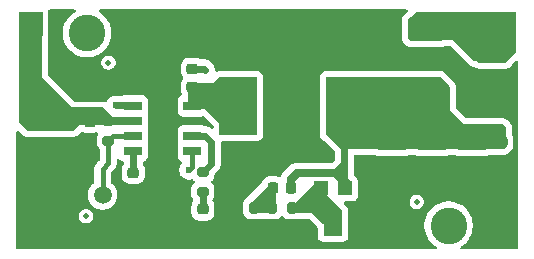
<source format=gbr>
%TF.GenerationSoftware,KiCad,Pcbnew,9.0.4*%
%TF.CreationDate,2025-08-21T12:34:08-03:00*%
%TF.ProjectId,EMI_SS_Supply_Electgpl,454d495f-5353-45f5-9375-70706c795f45,rev?*%
%TF.SameCoordinates,Original*%
%TF.FileFunction,Copper,L1,Top*%
%TF.FilePolarity,Positive*%
%FSLAX46Y46*%
G04 Gerber Fmt 4.6, Leading zero omitted, Abs format (unit mm)*
G04 Created by KiCad (PCBNEW 9.0.4) date 2025-08-21 12:34:08*
%MOMM*%
%LPD*%
G01*
G04 APERTURE LIST*
G04 Aperture macros list*
%AMRoundRect*
0 Rectangle with rounded corners*
0 $1 Rounding radius*
0 $2 $3 $4 $5 $6 $7 $8 $9 X,Y pos of 4 corners*
0 Add a 4 corners polygon primitive as box body*
4,1,4,$2,$3,$4,$5,$6,$7,$8,$9,$2,$3,0*
0 Add four circle primitives for the rounded corners*
1,1,$1+$1,$2,$3*
1,1,$1+$1,$4,$5*
1,1,$1+$1,$6,$7*
1,1,$1+$1,$8,$9*
0 Add four rect primitives between the rounded corners*
20,1,$1+$1,$2,$3,$4,$5,0*
20,1,$1+$1,$4,$5,$6,$7,0*
20,1,$1+$1,$6,$7,$8,$9,0*
20,1,$1+$1,$8,$9,$2,$3,0*%
G04 Aperture macros list end*
%TA.AperFunction,SMDPad,CuDef*%
%ADD10C,1.500000*%
%TD*%
%TA.AperFunction,SMDPad,CuDef*%
%ADD11C,0.500000*%
%TD*%
%TA.AperFunction,SMDPad,CuDef*%
%ADD12RoundRect,0.250000X-0.650000X0.325000X-0.650000X-0.325000X0.650000X-0.325000X0.650000X0.325000X0*%
%TD*%
%TA.AperFunction,SMDPad,CuDef*%
%ADD13RoundRect,0.225000X-0.250000X0.225000X-0.250000X-0.225000X0.250000X-0.225000X0.250000X0.225000X0*%
%TD*%
%TA.AperFunction,SMDPad,CuDef*%
%ADD14RoundRect,0.225000X-0.225000X-0.250000X0.225000X-0.250000X0.225000X0.250000X-0.225000X0.250000X0*%
%TD*%
%TA.AperFunction,SMDPad,CuDef*%
%ADD15R,1.505000X0.802000*%
%TD*%
%TA.AperFunction,SMDPad,CuDef*%
%ADD16R,2.613000X3.502000*%
%TD*%
%TA.AperFunction,SMDPad,CuDef*%
%ADD17RoundRect,0.200000X-0.200000X-0.275000X0.200000X-0.275000X0.200000X0.275000X-0.200000X0.275000X0*%
%TD*%
%TA.AperFunction,ComponentPad*%
%ADD18R,2.000000X2.000000*%
%TD*%
%TA.AperFunction,SMDPad,CuDef*%
%ADD19RoundRect,0.250000X-1.100000X0.325000X-1.100000X-0.325000X1.100000X-0.325000X1.100000X0.325000X0*%
%TD*%
%TA.AperFunction,SMDPad,CuDef*%
%ADD20RoundRect,0.250000X1.275000X-0.750000X1.275000X0.750000X-1.275000X0.750000X-1.275000X-0.750000X0*%
%TD*%
%TA.AperFunction,SMDPad,CuDef*%
%ADD21R,1.200000X1.200000*%
%TD*%
%TA.AperFunction,SMDPad,CuDef*%
%ADD22R,1.600000X1.500000*%
%TD*%
%TA.AperFunction,SMDPad,CuDef*%
%ADD23RoundRect,0.200000X0.200000X0.275000X-0.200000X0.275000X-0.200000X-0.275000X0.200000X-0.275000X0*%
%TD*%
%TA.AperFunction,SMDPad,CuDef*%
%ADD24RoundRect,0.200000X-0.275000X0.200000X-0.275000X-0.200000X0.275000X-0.200000X0.275000X0.200000X0*%
%TD*%
%TA.AperFunction,SMDPad,CuDef*%
%ADD25R,3.175000X4.950000*%
%TD*%
%TA.AperFunction,ViaPad*%
%ADD26C,3.100000*%
%TD*%
%TA.AperFunction,ViaPad*%
%ADD27C,0.600000*%
%TD*%
%TA.AperFunction,Conductor*%
%ADD28C,0.406400*%
%TD*%
%TA.AperFunction,Conductor*%
%ADD29C,0.609600*%
%TD*%
%TA.AperFunction,Conductor*%
%ADD30C,0.200000*%
%TD*%
G04 APERTURE END LIST*
D10*
%TO.P,TP5,1,1*%
%TO.N,Net-(U1-EN)*%
X107800000Y-96200000D03*
%TD*%
D11*
%TO.P,FID3,*%
%TO.N,*%
X106400000Y-98000000D03*
%TD*%
%TO.P,FID2,*%
%TO.N,*%
X108300000Y-85000000D03*
%TD*%
%TO.P,FID1,*%
%TO.N,*%
X134400000Y-96800000D03*
%TD*%
D12*
%TO.P,C1,1*%
%TO.N,Net-(U1-VIN)*%
X102100000Y-90125000D03*
%TO.P,C1,2*%
%TO.N,GND*%
X102100000Y-93075000D03*
%TD*%
D13*
%TO.P,C5,1*%
%TO.N,Net-(U1-SS)*%
X110400000Y-94325000D03*
%TO.P,C5,2*%
%TO.N,GND*%
X110400000Y-95875000D03*
%TD*%
D14*
%TO.P,C7,1*%
%TO.N,Net-(U1-FB)*%
X122225000Y-95600000D03*
%TO.P,C7,2*%
%TO.N,Net-(C10-Pad1)*%
X123775000Y-95600000D03*
%TD*%
D13*
%TO.P,C6,1*%
%TO.N,Net-(C6-Pad1)*%
X116300000Y-97425000D03*
%TO.P,C6,2*%
%TO.N,GND*%
X116300000Y-98975000D03*
%TD*%
D15*
%TO.P,U1,1,BST*%
%TO.N,Net-(U1-BST)*%
X110405000Y-88665000D03*
%TO.P,U1,2,VIN*%
%TO.N,Net-(U1-VIN)*%
X110405000Y-89935000D03*
%TO.P,U1,3,EN*%
%TO.N,Net-(U1-EN)*%
X110405000Y-91205000D03*
%TO.P,U1,4,SS*%
%TO.N,Net-(U1-SS)*%
X110405000Y-92475000D03*
%TO.P,U1,5,FB*%
%TO.N,Net-(U1-FB)*%
X115400000Y-92475000D03*
%TO.P,U1,6,COMP*%
%TO.N,Net-(U1-COMP)*%
X115400000Y-91205000D03*
%TO.P,U1,7,GND*%
%TO.N,GND*%
X115400000Y-89935000D03*
%TO.P,U1,8,SW*%
%TO.N,Net-(U1-SW)*%
X115400000Y-88665000D03*
D16*
%TO.P,U1,9,EP*%
%TO.N,GND*%
X112902500Y-90570000D03*
%TD*%
D17*
%TO.P,R4,1*%
%TO.N,Net-(U1-FB)*%
X122175000Y-97300000D03*
%TO.P,R4,2*%
%TO.N,Net-(R4-Pad2)*%
X123825000Y-97300000D03*
%TD*%
D13*
%TO.P,C4,1*%
%TO.N,Net-(U1-BST)*%
X115400000Y-85525000D03*
%TO.P,C4,2*%
%TO.N,Net-(U1-SW)*%
X115400000Y-87075000D03*
%TD*%
D18*
%TO.P,TP4,1,1*%
%TO.N,GND*%
X141800000Y-99600000D03*
%TD*%
D19*
%TO.P,C11,1*%
%TO.N,Net-(C10-Pad1)*%
X139100000Y-91825000D03*
%TO.P,C11,2*%
%TO.N,GND*%
X139100000Y-94775000D03*
%TD*%
%TO.P,C10,1*%
%TO.N,Net-(C10-Pad1)*%
X135700000Y-91825000D03*
%TO.P,C10,2*%
%TO.N,GND*%
X135700000Y-94775000D03*
%TD*%
D13*
%TO.P,C8,1*%
%TO.N,Net-(C10-Pad1)*%
X141600000Y-91750000D03*
%TO.P,C8,2*%
%TO.N,GND*%
X141600000Y-93300000D03*
%TD*%
%TO.P,C3,1*%
%TO.N,Net-(U1-VIN)*%
X106700000Y-90000000D03*
%TO.P,C3,2*%
%TO.N,GND*%
X106700000Y-91550000D03*
%TD*%
D20*
%TO.P,L2,1*%
%TO.N,Net-(C10-Pad1)*%
X135200000Y-87450000D03*
%TO.P,L2,2*%
%TO.N,Net-(C12-Pad1)*%
X135200000Y-82150000D03*
%TD*%
D21*
%TO.P,RV1,1,1*%
%TO.N,Net-(C10-Pad1)*%
X128300000Y-95650000D03*
D22*
%TO.P,RV1,2,2*%
%TO.N,Net-(R4-Pad2)*%
X127300000Y-98900000D03*
D21*
%TO.P,RV1,3,3*%
X126300000Y-95650000D03*
%TD*%
D23*
%TO.P,R3,1*%
%TO.N,Net-(U1-FB)*%
X120625000Y-97300000D03*
%TO.P,R3,2*%
%TO.N,GND*%
X118975000Y-97300000D03*
%TD*%
D24*
%TO.P,R1,1*%
%TO.N,Net-(U1-VIN)*%
X108300000Y-89950000D03*
%TO.P,R1,2*%
%TO.N,Net-(U1-EN)*%
X108300000Y-91600000D03*
%TD*%
D19*
%TO.P,C12,1*%
%TO.N,Net-(C12-Pad1)*%
X140800000Y-84425000D03*
%TO.P,C12,2*%
%TO.N,GND*%
X140800000Y-87375000D03*
%TD*%
D18*
%TO.P,TP3,1,1*%
%TO.N,Net-(C12-Pad1)*%
X141800000Y-81700000D03*
%TD*%
D19*
%TO.P,C9,1*%
%TO.N,Net-(C10-Pad1)*%
X132300000Y-91825000D03*
%TO.P,C9,2*%
%TO.N,GND*%
X132300000Y-94775000D03*
%TD*%
D12*
%TO.P,C2,1*%
%TO.N,Net-(U1-VIN)*%
X104600000Y-90125000D03*
%TO.P,C2,2*%
%TO.N,GND*%
X104600000Y-93075000D03*
%TD*%
D18*
%TO.P,TP1,1,1*%
%TO.N,Net-(U1-VIN)*%
X101700000Y-81700000D03*
%TD*%
%TO.P,TP2,1,1*%
%TO.N,GND*%
X101700000Y-99600000D03*
%TD*%
D24*
%TO.P,R2,1*%
%TO.N,Net-(U1-COMP)*%
X116300000Y-94275000D03*
%TO.P,R2,2*%
%TO.N,Net-(C6-Pad1)*%
X116300000Y-95925000D03*
%TD*%
D25*
%TO.P,L1,1*%
%TO.N,Net-(U1-SW)*%
X119292500Y-88675000D03*
%TO.P,L1,2*%
%TO.N,Net-(C10-Pad1)*%
X128307500Y-88675000D03*
%TD*%
D26*
%TO.N,*%
X137100000Y-98800000D03*
X106500000Y-82500000D03*
D27*
%TO.N,GND*%
X138075000Y-87741750D03*
X113945000Y-81391750D03*
X121565000Y-99171750D03*
X131725000Y-81391750D03*
X134265000Y-85201750D03*
X121565000Y-92821750D03*
X113800000Y-89400000D03*
X127915000Y-83931750D03*
X103785000Y-97901750D03*
X129185000Y-85201750D03*
X110135000Y-82661750D03*
X124105000Y-86471750D03*
X122835000Y-91551750D03*
X112000000Y-90000000D03*
X112000000Y-88800000D03*
X132995000Y-97901750D03*
X116485000Y-82661750D03*
X113800000Y-91200000D03*
X119025000Y-94091750D03*
X115215000Y-82661750D03*
X113800000Y-90000000D03*
X139345000Y-89011750D03*
X112000000Y-91800000D03*
X125375000Y-91551750D03*
X130455000Y-81391750D03*
X125375000Y-82661750D03*
X131725000Y-82661750D03*
X122835000Y-81391750D03*
X102515000Y-96631750D03*
X112000000Y-89400000D03*
X112900000Y-86400000D03*
X120295000Y-82661750D03*
X113800000Y-87000000D03*
X117755000Y-83931750D03*
X110135000Y-99171750D03*
X111405000Y-97901750D03*
X111405000Y-99171750D03*
X112675000Y-82661750D03*
X101245000Y-95361750D03*
X122835000Y-83931750D03*
X124105000Y-81391750D03*
X112900000Y-93600000D03*
X122835000Y-92821750D03*
X129185000Y-83931750D03*
X121565000Y-85201750D03*
X117755000Y-97901750D03*
X139800000Y-93600000D03*
X124105000Y-90281750D03*
X125375000Y-86471750D03*
X113945000Y-97901750D03*
X121565000Y-94091750D03*
X120295000Y-81391750D03*
X112902500Y-90570000D03*
X132995000Y-85201750D03*
X124105000Y-82661750D03*
X131725000Y-96631750D03*
X120295000Y-94091750D03*
X108865000Y-99171750D03*
X125375000Y-81391750D03*
X138400000Y-93600000D03*
X126645000Y-85201750D03*
X129185000Y-97901750D03*
X113800000Y-88800000D03*
X136400000Y-93600000D03*
X129185000Y-99171750D03*
X131725000Y-99171750D03*
X136805000Y-85201750D03*
X131700000Y-93600000D03*
X122835000Y-86471750D03*
X113800000Y-92400000D03*
X119025000Y-99171750D03*
X107595000Y-86471750D03*
X103785000Y-99171750D03*
X112900000Y-90000000D03*
X131725000Y-83931750D03*
X113800000Y-93000000D03*
X112000000Y-93600000D03*
X124105000Y-91551750D03*
X112900000Y-94800000D03*
X126645000Y-82661750D03*
X122835000Y-89011750D03*
X112902500Y-90570000D03*
X129185000Y-81391750D03*
X112675000Y-97901750D03*
X112000000Y-88800000D03*
X124105000Y-85201750D03*
X141885000Y-95361750D03*
X112675000Y-96631750D03*
X122835000Y-94091750D03*
X130455000Y-85201750D03*
X106325000Y-87741750D03*
X110135000Y-83931750D03*
X119025000Y-81391750D03*
X112000000Y-91200000D03*
X126645000Y-81391750D03*
X112900000Y-89400000D03*
X125375000Y-85201750D03*
X101245000Y-96631750D03*
X113945000Y-96631750D03*
X119025000Y-82661750D03*
X125375000Y-92821750D03*
X113945000Y-99171750D03*
X122835000Y-85201750D03*
X119025000Y-85201750D03*
X107595000Y-99171750D03*
X120295000Y-92821750D03*
X112000000Y-87000000D03*
X112900000Y-94200000D03*
X122835000Y-82661750D03*
X132995000Y-99171750D03*
X130455000Y-97901750D03*
X140615000Y-89011750D03*
X121565000Y-83931750D03*
X117755000Y-85201750D03*
X141885000Y-96631750D03*
X141885000Y-89011750D03*
X102515000Y-95361750D03*
X127915000Y-82661750D03*
X124105000Y-87741750D03*
X103785000Y-95361750D03*
X112900000Y-87000000D03*
X122835000Y-99171750D03*
X105055000Y-86471750D03*
X119025000Y-83931750D03*
X112900000Y-93000000D03*
X130455000Y-83931750D03*
X113800000Y-86400000D03*
X106325000Y-86471750D03*
X130455000Y-99171750D03*
X130455000Y-82661750D03*
X113800000Y-93600000D03*
X141500000Y-86100000D03*
X119025000Y-92821750D03*
X112675000Y-81391750D03*
X115215000Y-81391750D03*
X119025000Y-95361750D03*
X113800000Y-87600000D03*
X117755000Y-82661750D03*
X132995000Y-96631750D03*
X127915000Y-81391750D03*
X125375000Y-87741750D03*
X112900000Y-92400000D03*
X117755000Y-99171750D03*
X112000000Y-92400000D03*
X106325000Y-92821750D03*
X112675000Y-99171750D03*
X132995000Y-83931750D03*
X124105000Y-89011750D03*
X112000000Y-87600000D03*
X106325000Y-94091750D03*
X126645000Y-83931750D03*
X125375000Y-99171750D03*
X125375000Y-90281750D03*
X124105000Y-92821750D03*
X111405000Y-82661750D03*
X125375000Y-89011750D03*
X110135000Y-97901750D03*
X112900000Y-91200000D03*
X105055000Y-95361750D03*
X140100000Y-86100000D03*
X120295000Y-95361750D03*
X124105000Y-99171750D03*
X122835000Y-90281750D03*
X122835000Y-87741750D03*
X131725000Y-97901750D03*
X130455000Y-96631750D03*
X138075000Y-86471750D03*
X112000000Y-94800000D03*
X112000000Y-88200000D03*
X110135000Y-81391750D03*
X113800000Y-94200000D03*
X112000000Y-86400000D03*
X105055000Y-96631750D03*
X105055000Y-99171750D03*
X113800000Y-90600000D03*
X112000000Y-90600000D03*
X116485000Y-81391750D03*
X117755000Y-81391750D03*
X124105000Y-83931750D03*
X121565000Y-82661750D03*
X120295000Y-99171750D03*
X103785000Y-96631750D03*
X112900000Y-87600000D03*
X112900000Y-88200000D03*
X120295000Y-85201750D03*
X112900000Y-88800000D03*
X126645000Y-92821750D03*
X135000000Y-93600000D03*
X111405000Y-81391750D03*
X132900000Y-93600000D03*
X129185000Y-82661750D03*
X106325000Y-99171750D03*
X131725000Y-85201750D03*
X113800000Y-94800000D03*
X113800000Y-88200000D03*
X113800000Y-91800000D03*
X112900000Y-91800000D03*
X112000000Y-94200000D03*
X105055000Y-97901750D03*
X127915000Y-85201750D03*
X113945000Y-82661750D03*
X121565000Y-81391750D03*
X135535000Y-85201750D03*
X120295000Y-83931750D03*
X125375000Y-83931750D03*
X112000000Y-93000000D03*
%TO.N,Net-(U1-BST)*%
X116500000Y-85600000D03*
X108900000Y-88600000D03*
%TO.N,Net-(U1-FB)*%
X115100000Y-94100000D03*
X121400000Y-97300000D03*
%TD*%
D28*
%TO.N,Net-(U1-EN)*%
X107800000Y-94000000D02*
X107800000Y-96200000D01*
X108300000Y-93500000D02*
X107800000Y-94000000D01*
X108300000Y-91600000D02*
X108300000Y-93500000D01*
D29*
%TO.N,Net-(U1-BST)*%
X108900000Y-88600000D02*
X110340000Y-88600000D01*
X116425000Y-85525000D02*
X115400000Y-85525000D01*
D30*
X110340000Y-88600000D02*
X110405000Y-88665000D01*
D29*
X116500000Y-85600000D02*
X116425000Y-85525000D01*
%TO.N,Net-(U1-SW)*%
X115400000Y-87075000D02*
X115400000Y-88665000D01*
D30*
%TO.N,Net-(U1-SS)*%
X110405000Y-94320000D02*
X110400000Y-94325000D01*
D29*
X110405000Y-92475000D02*
X110405000Y-94320000D01*
%TO.N,Net-(C6-Pad1)*%
X116300000Y-95925000D02*
X116300000Y-97425000D01*
D28*
%TO.N,Net-(U1-FB)*%
X122225000Y-97250000D02*
X122175000Y-97300000D01*
X115400000Y-93800000D02*
X115100000Y-94100000D01*
X115400000Y-92475000D02*
X115400000Y-93800000D01*
X122225000Y-95600000D02*
X122225000Y-97250000D01*
X120625000Y-97300000D02*
X122175000Y-97300000D01*
%TO.N,Net-(R4-Pad2)*%
X127300000Y-98900000D02*
X127300000Y-97600000D01*
X125600000Y-97300000D02*
X126300000Y-96600000D01*
X126300000Y-96600000D02*
X126300000Y-95650000D01*
X123825000Y-97300000D02*
X125600000Y-97300000D01*
X127300000Y-97600000D02*
X126300000Y-96600000D01*
%TO.N,Net-(C10-Pad1)*%
X123775000Y-95600000D02*
X123775000Y-94825000D01*
X128300000Y-94400000D02*
X128300000Y-95650000D01*
X128300000Y-88682500D02*
X128307500Y-88675000D01*
X128300000Y-95650000D02*
X128300000Y-88682500D01*
X124200000Y-94400000D02*
X128300000Y-94400000D01*
X123775000Y-94825000D02*
X124200000Y-94400000D01*
%TO.N,Net-(U1-EN)*%
X110405000Y-91205000D02*
X108695000Y-91205000D01*
X108695000Y-91205000D02*
X108300000Y-91600000D01*
D29*
%TO.N,Net-(U1-COMP)*%
X117000000Y-93575000D02*
X116300000Y-94275000D01*
X116505000Y-91205000D02*
X117000000Y-91700000D01*
X117000000Y-91700000D02*
X117000000Y-93575000D01*
X115400000Y-91205000D02*
X116505000Y-91205000D01*
%TD*%
%TA.AperFunction,Conductor*%
%TO.N,Net-(R4-Pad2)*%
G36*
X126743039Y-95219685D02*
G01*
X126788794Y-95272489D01*
X126800000Y-95324000D01*
X126800000Y-96200000D01*
X128063681Y-97463681D01*
X128097166Y-97525004D01*
X128100000Y-97551362D01*
X128100000Y-98448638D01*
X128091355Y-98478078D01*
X128084832Y-98508065D01*
X128081077Y-98513080D01*
X128080315Y-98515677D01*
X128063681Y-98536319D01*
X127936319Y-98663681D01*
X127874996Y-98697166D01*
X127848638Y-98700000D01*
X126551362Y-98700000D01*
X126484323Y-98680315D01*
X126463681Y-98663681D01*
X125500000Y-97700000D01*
X123851362Y-97700000D01*
X123821921Y-97691355D01*
X123791935Y-97684832D01*
X123786919Y-97681077D01*
X123784323Y-97680315D01*
X123763681Y-97663681D01*
X123636319Y-97536319D01*
X123602834Y-97474996D01*
X123600000Y-97448638D01*
X123600000Y-97024000D01*
X123619685Y-96956961D01*
X123672489Y-96911206D01*
X123724000Y-96900000D01*
X124100000Y-96900000D01*
X125763681Y-95236319D01*
X125825004Y-95202834D01*
X125851362Y-95200000D01*
X126676000Y-95200000D01*
X126743039Y-95219685D01*
G37*
%TD.AperFunction*%
%TD*%
%TA.AperFunction,Conductor*%
%TO.N,Net-(U1-SW)*%
G36*
X118443039Y-86219685D02*
G01*
X118488794Y-86272489D01*
X118500000Y-86324000D01*
X118500000Y-90976000D01*
X118480315Y-91043039D01*
X118427511Y-91088794D01*
X118376000Y-91100000D01*
X117824000Y-91100000D01*
X117756961Y-91080315D01*
X117711206Y-91027511D01*
X117700000Y-90976000D01*
X117700000Y-90100000D01*
X116500000Y-88900000D01*
X115124000Y-88900000D01*
X115056961Y-88880315D01*
X115011206Y-88827511D01*
X115000000Y-88776000D01*
X115000000Y-86824000D01*
X115019685Y-86756961D01*
X115072489Y-86711206D01*
X115124000Y-86700000D01*
X117200000Y-86700000D01*
X117663681Y-86236319D01*
X117725004Y-86202834D01*
X117751362Y-86200000D01*
X118376000Y-86200000D01*
X118443039Y-86219685D01*
G37*
%TD.AperFunction*%
%TD*%
%TA.AperFunction,Conductor*%
%TO.N,Net-(C12-Pad1)*%
G36*
X142743039Y-80719685D02*
G01*
X142788794Y-80772489D01*
X142800000Y-80824000D01*
X142800000Y-84048638D01*
X142780315Y-84115677D01*
X142763681Y-84136319D01*
X142036319Y-84863681D01*
X141974996Y-84897166D01*
X141948638Y-84900000D01*
X139351362Y-84900000D01*
X139284323Y-84880315D01*
X139263681Y-84863681D01*
X137500000Y-83100000D01*
X133951362Y-83100000D01*
X133921921Y-83091355D01*
X133891935Y-83084832D01*
X133886919Y-83081077D01*
X133884323Y-83080315D01*
X133863681Y-83063681D01*
X133836319Y-83036319D01*
X133802834Y-82974996D01*
X133800000Y-82948638D01*
X133800000Y-81351362D01*
X133819685Y-81284323D01*
X133836319Y-81263681D01*
X134363681Y-80736319D01*
X134425004Y-80702834D01*
X134451362Y-80700000D01*
X142676000Y-80700000D01*
X142743039Y-80719685D01*
G37*
%TD.AperFunction*%
%TD*%
%TA.AperFunction,Conductor*%
%TO.N,Net-(C10-Pad1)*%
G36*
X136415677Y-86219685D02*
G01*
X136436319Y-86236319D01*
X137163681Y-86963681D01*
X137197166Y-87025004D01*
X137200000Y-87051362D01*
X137200000Y-89000000D01*
X138400000Y-90200000D01*
X141648638Y-90200000D01*
X141715677Y-90219685D01*
X141736319Y-90236319D01*
X141963681Y-90463681D01*
X141997166Y-90525004D01*
X142000000Y-90551362D01*
X142000000Y-92048638D01*
X141991355Y-92078078D01*
X141984832Y-92108065D01*
X141981077Y-92113080D01*
X141980315Y-92115677D01*
X141963681Y-92136319D01*
X141836319Y-92263681D01*
X141774996Y-92297166D01*
X141748638Y-92300000D01*
X128600000Y-92300000D01*
X128500000Y-92200000D01*
X128100000Y-92200000D01*
X128000000Y-92300000D01*
X126836319Y-91136319D01*
X126802834Y-91074996D01*
X126800000Y-91048638D01*
X126800000Y-86324000D01*
X126819685Y-86256961D01*
X126872489Y-86211206D01*
X126924000Y-86200000D01*
X136348638Y-86200000D01*
X136415677Y-86219685D01*
G37*
%TD.AperFunction*%
%TD*%
%TA.AperFunction,Conductor*%
%TO.N,Net-(U1-VIN)*%
G36*
X102643039Y-80719685D02*
G01*
X102688794Y-80772489D01*
X102700000Y-80824000D01*
X102700000Y-86300000D01*
X105200000Y-88800000D01*
X107848638Y-88800000D01*
X107915677Y-88819685D01*
X107936319Y-88836319D01*
X108700000Y-89600000D01*
X110971500Y-89600000D01*
X111038539Y-89619685D01*
X111084294Y-89672489D01*
X111095500Y-89724000D01*
X111095500Y-90176000D01*
X111075815Y-90243039D01*
X111023011Y-90288794D01*
X110971500Y-90300000D01*
X105799999Y-90300000D01*
X105361319Y-90738681D01*
X105299996Y-90772166D01*
X105273638Y-90775000D01*
X101451362Y-90775000D01*
X101384323Y-90755315D01*
X101363681Y-90738681D01*
X100736319Y-90111319D01*
X100702834Y-90049996D01*
X100700000Y-90023638D01*
X100700000Y-80824000D01*
X100719685Y-80756961D01*
X100772489Y-80711206D01*
X100824000Y-80700000D01*
X102576000Y-80700000D01*
X102643039Y-80719685D01*
G37*
%TD.AperFunction*%
%TD*%
%TA.AperFunction,Conductor*%
%TO.N,Net-(U1-FB)*%
G36*
X122443039Y-95219685D02*
G01*
X122488794Y-95272489D01*
X122500000Y-95324000D01*
X122500000Y-97576000D01*
X122480315Y-97643039D01*
X122427511Y-97688794D01*
X122376000Y-97700000D01*
X120424000Y-97700000D01*
X120356961Y-97680315D01*
X120311206Y-97627511D01*
X120300000Y-97576000D01*
X120300000Y-96951362D01*
X120319685Y-96884323D01*
X120336319Y-96863681D01*
X121963681Y-95236319D01*
X122025004Y-95202834D01*
X122051362Y-95200000D01*
X122376000Y-95200000D01*
X122443039Y-95219685D01*
G37*
%TD.AperFunction*%
%TD*%
%TA.AperFunction,Conductor*%
%TO.N,Net-(C10-Pad1)*%
G36*
X128600000Y-92300000D02*
G01*
X128600000Y-94800000D01*
X128863681Y-95063681D01*
X128878384Y-95090608D01*
X128894977Y-95116427D01*
X128895868Y-95122627D01*
X128897166Y-95125004D01*
X128900000Y-95151362D01*
X128900000Y-95248638D01*
X128880315Y-95315677D01*
X128863681Y-95336319D01*
X128836319Y-95363681D01*
X128774996Y-95397166D01*
X128748638Y-95400000D01*
X127851362Y-95400000D01*
X127784323Y-95380315D01*
X127763681Y-95363681D01*
X127736319Y-95336319D01*
X127702834Y-95274996D01*
X127700000Y-95248638D01*
X127700000Y-95000000D01*
X127300000Y-94600000D01*
X127148069Y-94600000D01*
X127104736Y-94592182D01*
X127007482Y-94555908D01*
X127007483Y-94555908D01*
X126947883Y-94549501D01*
X126947881Y-94549500D01*
X126947873Y-94549500D01*
X126947864Y-94549500D01*
X125652129Y-94549500D01*
X125652123Y-94549501D01*
X125592516Y-94555908D01*
X125495264Y-94592182D01*
X125451931Y-94600000D01*
X124499999Y-94600000D01*
X124100000Y-94999999D01*
X124100000Y-95576000D01*
X124080315Y-95643039D01*
X124027511Y-95688794D01*
X123976000Y-95700000D01*
X123551362Y-95700000D01*
X123521921Y-95691355D01*
X123491935Y-95684832D01*
X123486919Y-95681077D01*
X123484323Y-95680315D01*
X123463681Y-95663681D01*
X123436319Y-95636319D01*
X123402834Y-95574996D01*
X123400000Y-95548638D01*
X123400000Y-94751362D01*
X123419685Y-94684323D01*
X123436319Y-94663681D01*
X124063681Y-94036319D01*
X124125004Y-94002834D01*
X124151362Y-94000000D01*
X127400000Y-94000000D01*
X128000000Y-93400000D01*
X128000000Y-92300000D01*
X128100000Y-92200000D01*
X128500000Y-92200000D01*
X128600000Y-92300000D01*
G37*
%TD.AperFunction*%
%TD*%
%TA.AperFunction,Conductor*%
%TO.N,GND*%
G36*
X105466500Y-80520185D02*
G01*
X105512255Y-80572989D01*
X105522199Y-80642147D01*
X105493174Y-80705703D01*
X105461461Y-80731887D01*
X105358354Y-80791416D01*
X105145111Y-80955042D01*
X105145104Y-80955048D01*
X104955048Y-81145104D01*
X104955042Y-81145111D01*
X104791416Y-81358354D01*
X104657019Y-81591133D01*
X104657011Y-81591149D01*
X104554152Y-81839475D01*
X104484585Y-82099106D01*
X104484582Y-82099119D01*
X104449500Y-82365602D01*
X104449500Y-82634397D01*
X104484582Y-82900880D01*
X104484583Y-82900885D01*
X104484584Y-82900891D01*
X104484585Y-82900893D01*
X104554152Y-83160524D01*
X104657011Y-83408850D01*
X104657019Y-83408866D01*
X104737830Y-83548832D01*
X104791413Y-83641641D01*
X104791415Y-83641644D01*
X104791416Y-83641645D01*
X104955042Y-83854888D01*
X104955048Y-83854895D01*
X105145104Y-84044951D01*
X105145110Y-84044956D01*
X105358359Y-84208587D01*
X105507968Y-84294964D01*
X105591133Y-84342980D01*
X105591149Y-84342988D01*
X105746008Y-84407132D01*
X105839474Y-84445847D01*
X106099109Y-84515416D01*
X106287319Y-84540193D01*
X106365602Y-84550500D01*
X106365603Y-84550500D01*
X106634398Y-84550500D01*
X106694905Y-84542534D01*
X106900891Y-84515416D01*
X107160526Y-84445847D01*
X107347457Y-84368417D01*
X107408850Y-84342988D01*
X107408853Y-84342986D01*
X107408859Y-84342984D01*
X107641641Y-84208587D01*
X107854890Y-84044956D01*
X108044956Y-83854890D01*
X108208587Y-83641641D01*
X108342984Y-83408859D01*
X108445847Y-83160526D01*
X108515416Y-82900891D01*
X108550500Y-82634397D01*
X108550500Y-82365603D01*
X108515416Y-82099109D01*
X108445847Y-81839474D01*
X108407132Y-81746008D01*
X108342988Y-81591149D01*
X108342980Y-81591133D01*
X108294964Y-81507968D01*
X108208587Y-81358359D01*
X108044956Y-81145110D01*
X108044951Y-81145104D01*
X107854895Y-80955048D01*
X107854888Y-80955042D01*
X107641645Y-80791416D01*
X107641644Y-80791415D01*
X107641641Y-80791413D01*
X107538538Y-80731886D01*
X107490323Y-80681320D01*
X107477101Y-80612712D01*
X107503069Y-80547848D01*
X107559983Y-80507320D01*
X107600539Y-80500500D01*
X133516489Y-80500500D01*
X133583528Y-80520185D01*
X133629283Y-80572989D01*
X133639227Y-80642147D01*
X133610202Y-80705703D01*
X133581587Y-80730037D01*
X133504663Y-80777485D01*
X133456342Y-80807289D01*
X133332289Y-80931342D01*
X133240187Y-81080663D01*
X133240186Y-81080666D01*
X133185001Y-81247203D01*
X133185001Y-81247204D01*
X133185000Y-81247204D01*
X133174500Y-81349983D01*
X133174500Y-82950001D01*
X133174501Y-82950018D01*
X133185000Y-83052796D01*
X133185001Y-83052799D01*
X133220698Y-83160524D01*
X133240186Y-83219334D01*
X133332288Y-83368656D01*
X133456344Y-83492712D01*
X133605666Y-83584814D01*
X133772203Y-83639999D01*
X133874991Y-83650500D01*
X136525008Y-83650499D01*
X136627797Y-83639999D01*
X136712914Y-83611794D01*
X136751918Y-83605500D01*
X137239254Y-83605500D01*
X137306293Y-83625185D01*
X137326935Y-83641819D01*
X138906239Y-85221123D01*
X138906255Y-85221137D01*
X138906262Y-85221144D01*
X138946480Y-85257271D01*
X138946492Y-85257281D01*
X138946500Y-85257288D01*
X138967142Y-85273922D01*
X139011026Y-85305567D01*
X139141903Y-85365338D01*
X139208942Y-85385023D01*
X139208946Y-85385024D01*
X139302088Y-85398415D01*
X139349539Y-85415615D01*
X139380657Y-85434809D01*
X139380660Y-85434810D01*
X139380666Y-85434814D01*
X139547203Y-85489999D01*
X139649991Y-85500500D01*
X141950008Y-85500499D01*
X142052797Y-85489999D01*
X142219334Y-85434814D01*
X142368656Y-85342712D01*
X142492712Y-85218656D01*
X142584814Y-85069334D01*
X142595027Y-85038510D01*
X142601872Y-85027411D01*
X142603902Y-85018083D01*
X142625046Y-84989836D01*
X142787822Y-84827061D01*
X142849142Y-84793579D01*
X142918834Y-84798563D01*
X142974767Y-84840435D01*
X142999184Y-84905899D01*
X142999500Y-84914745D01*
X142999500Y-100675500D01*
X142979815Y-100742539D01*
X142927011Y-100788294D01*
X142875500Y-100799500D01*
X138200539Y-100799500D01*
X138133500Y-100779815D01*
X138087745Y-100727011D01*
X138077801Y-100657853D01*
X138106826Y-100594297D01*
X138138539Y-100568113D01*
X138241641Y-100508587D01*
X138454890Y-100344956D01*
X138644956Y-100154890D01*
X138808587Y-99941641D01*
X138942984Y-99708859D01*
X138947531Y-99697883D01*
X138968417Y-99647457D01*
X139045847Y-99460526D01*
X139115416Y-99200891D01*
X139150500Y-98934397D01*
X139150500Y-98665603D01*
X139115416Y-98399109D01*
X139045847Y-98139474D01*
X138988008Y-97999838D01*
X138942988Y-97891149D01*
X138942980Y-97891133D01*
X138833896Y-97702196D01*
X138808587Y-97658359D01*
X138685010Y-97497310D01*
X138644957Y-97445111D01*
X138644951Y-97445104D01*
X138454895Y-97255048D01*
X138454888Y-97255042D01*
X138241645Y-97091416D01*
X138241644Y-97091415D01*
X138241641Y-97091413D01*
X138138359Y-97031783D01*
X138008866Y-96957019D01*
X138008850Y-96957011D01*
X137760524Y-96854152D01*
X137630708Y-96819368D01*
X137500891Y-96784584D01*
X137500885Y-96784583D01*
X137500880Y-96784582D01*
X137234398Y-96749500D01*
X137234397Y-96749500D01*
X136965603Y-96749500D01*
X136965602Y-96749500D01*
X136699119Y-96784582D01*
X136699112Y-96784583D01*
X136699109Y-96784584D01*
X136644239Y-96799286D01*
X136439475Y-96854152D01*
X136191149Y-96957011D01*
X136191133Y-96957019D01*
X135958354Y-97091416D01*
X135745111Y-97255042D01*
X135745104Y-97255048D01*
X135555048Y-97445104D01*
X135555042Y-97445111D01*
X135391416Y-97658354D01*
X135257019Y-97891133D01*
X135257011Y-97891149D01*
X135154152Y-98139475D01*
X135084585Y-98399106D01*
X135084582Y-98399119D01*
X135049500Y-98665602D01*
X135049500Y-98934397D01*
X135084582Y-99200880D01*
X135084583Y-99200885D01*
X135084584Y-99200891D01*
X135084585Y-99200893D01*
X135154152Y-99460524D01*
X135257011Y-99708850D01*
X135257019Y-99708866D01*
X135337830Y-99848832D01*
X135391413Y-99941641D01*
X135391415Y-99941644D01*
X135391416Y-99941645D01*
X135555042Y-100154888D01*
X135555048Y-100154895D01*
X135745104Y-100344951D01*
X135745110Y-100344956D01*
X135958359Y-100508587D01*
X136061461Y-100568113D01*
X136109677Y-100618680D01*
X136122899Y-100687288D01*
X136096931Y-100752152D01*
X136040017Y-100792680D01*
X135999461Y-100799500D01*
X100624500Y-100799500D01*
X100557461Y-100779815D01*
X100511706Y-100727011D01*
X100500500Y-100675500D01*
X100500500Y-97920943D01*
X105799500Y-97920943D01*
X105799500Y-98079057D01*
X105838062Y-98222970D01*
X105840423Y-98231783D01*
X105840426Y-98231790D01*
X105919475Y-98368709D01*
X105919479Y-98368714D01*
X105919480Y-98368716D01*
X106031284Y-98480520D01*
X106031286Y-98480521D01*
X106031290Y-98480524D01*
X106168209Y-98559573D01*
X106168216Y-98559577D01*
X106320943Y-98600500D01*
X106320945Y-98600500D01*
X106479055Y-98600500D01*
X106479057Y-98600500D01*
X106631784Y-98559577D01*
X106768716Y-98480520D01*
X106880520Y-98368716D01*
X106959577Y-98231784D01*
X107000500Y-98079057D01*
X107000500Y-97920943D01*
X106959577Y-97768216D01*
X106921461Y-97702196D01*
X106880524Y-97631290D01*
X106880518Y-97631282D01*
X106768717Y-97519481D01*
X106768709Y-97519475D01*
X106631790Y-97440426D01*
X106631786Y-97440424D01*
X106631784Y-97440423D01*
X106479057Y-97399500D01*
X106320943Y-97399500D01*
X106168216Y-97440423D01*
X106168209Y-97440426D01*
X106031290Y-97519475D01*
X106031282Y-97519481D01*
X105919481Y-97631282D01*
X105919475Y-97631290D01*
X105840426Y-97768209D01*
X105840423Y-97768216D01*
X105799500Y-97920943D01*
X100500500Y-97920943D01*
X100500500Y-90889746D01*
X100520185Y-90822707D01*
X100572989Y-90776952D01*
X100642147Y-90767008D01*
X100705703Y-90796033D01*
X100712181Y-90802065D01*
X101006239Y-91096123D01*
X101006246Y-91096129D01*
X101006262Y-91096144D01*
X101046480Y-91132271D01*
X101046492Y-91132281D01*
X101046500Y-91132288D01*
X101067142Y-91148922D01*
X101111026Y-91180567D01*
X101241903Y-91240338D01*
X101308942Y-91260023D01*
X101308946Y-91260024D01*
X101451362Y-91280500D01*
X101451365Y-91280500D01*
X105273640Y-91280500D01*
X105283786Y-91279955D01*
X105327678Y-91277603D01*
X105327686Y-91277602D01*
X105327688Y-91277602D01*
X105327689Y-91277602D01*
X105334682Y-91276849D01*
X105354036Y-91274769D01*
X105354046Y-91274767D01*
X105354049Y-91274767D01*
X105366162Y-91272804D01*
X105407448Y-91266114D01*
X105542257Y-91215832D01*
X105603580Y-91182347D01*
X105718762Y-91096123D01*
X105939973Y-90874910D01*
X106001293Y-90841427D01*
X106070985Y-90846411D01*
X106092750Y-90857055D01*
X106141299Y-90887001D01*
X106141300Y-90887001D01*
X106141303Y-90887003D01*
X106302292Y-90940349D01*
X106401655Y-90950500D01*
X106998344Y-90950499D01*
X106998352Y-90950498D01*
X106998355Y-90950498D01*
X107052760Y-90944940D01*
X107097708Y-90940349D01*
X107258697Y-90887003D01*
X107258702Y-90886999D01*
X107262214Y-90885836D01*
X107332043Y-90883434D01*
X107392085Y-90919165D01*
X107423278Y-90981686D01*
X107415718Y-91051145D01*
X107407337Y-91067691D01*
X107381522Y-91110394D01*
X107330913Y-91272807D01*
X107324500Y-91343386D01*
X107324500Y-91856613D01*
X107330913Y-91927192D01*
X107330913Y-91927194D01*
X107330914Y-91927196D01*
X107343167Y-91966517D01*
X107381522Y-92089606D01*
X107469530Y-92235188D01*
X107559981Y-92325639D01*
X107593466Y-92386962D01*
X107596300Y-92413320D01*
X107596300Y-93157155D01*
X107576615Y-93224194D01*
X107559981Y-93244836D01*
X107459283Y-93345534D01*
X107351420Y-93453397D01*
X107351417Y-93453400D01*
X107326606Y-93478211D01*
X107253400Y-93551416D01*
X107186582Y-93651418D01*
X107186582Y-93651419D01*
X107176387Y-93666675D01*
X107176386Y-93666677D01*
X107123343Y-93794735D01*
X107123341Y-93794743D01*
X107096299Y-93930689D01*
X107096299Y-94075421D01*
X107096300Y-94075442D01*
X107096300Y-95102383D01*
X107076615Y-95169422D01*
X107045187Y-95202700D01*
X106985354Y-95246171D01*
X106846174Y-95385351D01*
X106846174Y-95385352D01*
X106846172Y-95385354D01*
X106809816Y-95435393D01*
X106730476Y-95544594D01*
X106641117Y-95719970D01*
X106580290Y-95907173D01*
X106549500Y-96101577D01*
X106549500Y-96298422D01*
X106580290Y-96492826D01*
X106641117Y-96680029D01*
X106718125Y-96831165D01*
X106730476Y-96855405D01*
X106846172Y-97014646D01*
X106985354Y-97153828D01*
X107144595Y-97269524D01*
X107170547Y-97282747D01*
X107319970Y-97358882D01*
X107319972Y-97358882D01*
X107319975Y-97358884D01*
X107420317Y-97391487D01*
X107507173Y-97419709D01*
X107701578Y-97450500D01*
X107701583Y-97450500D01*
X107898422Y-97450500D01*
X108092826Y-97419709D01*
X108099458Y-97417554D01*
X108280025Y-97358884D01*
X108455405Y-97269524D01*
X108614646Y-97153828D01*
X108753828Y-97014646D01*
X108869524Y-96855405D01*
X108958884Y-96680025D01*
X109019709Y-96492826D01*
X109023399Y-96469526D01*
X109050500Y-96298422D01*
X109050500Y-96101577D01*
X109019709Y-95907173D01*
X108958882Y-95719970D01*
X108896635Y-95597804D01*
X108869524Y-95544595D01*
X108753828Y-95385354D01*
X108614646Y-95246172D01*
X108554813Y-95202700D01*
X108512148Y-95147370D01*
X108503700Y-95102383D01*
X108503700Y-94342843D01*
X108523385Y-94275804D01*
X108540015Y-94255166D01*
X108748579Y-94046602D01*
X108748583Y-94046600D01*
X108846600Y-93948583D01*
X108923611Y-93833327D01*
X108941018Y-93791303D01*
X108976658Y-93705262D01*
X109003701Y-93569308D01*
X109003701Y-93430691D01*
X109003701Y-93425581D01*
X109003700Y-93425555D01*
X109003700Y-93217037D01*
X109023385Y-93149998D01*
X109076189Y-93104243D01*
X109145347Y-93094299D01*
X109208903Y-93123324D01*
X109226962Y-93142721D01*
X109294954Y-93233546D01*
X109341143Y-93268123D01*
X109410164Y-93319793D01*
X109410173Y-93319798D01*
X109479176Y-93345534D01*
X109519032Y-93360399D01*
X109536758Y-93373668D01*
X109556903Y-93382868D01*
X109564184Y-93394198D01*
X109574966Y-93402269D01*
X109582704Y-93423017D01*
X109594677Y-93441646D01*
X109597828Y-93463561D01*
X109599384Y-93467733D01*
X109599700Y-93476581D01*
X109599700Y-93575187D01*
X109580491Y-93640604D01*
X109580823Y-93640809D01*
X109580074Y-93642021D01*
X109580015Y-93642226D01*
X109579529Y-93642905D01*
X109488001Y-93791294D01*
X109487996Y-93791305D01*
X109434651Y-93952290D01*
X109424500Y-94051647D01*
X109424500Y-94598337D01*
X109424501Y-94598355D01*
X109434650Y-94697707D01*
X109434651Y-94697710D01*
X109487996Y-94858694D01*
X109488001Y-94858705D01*
X109577029Y-95003040D01*
X109577032Y-95003044D01*
X109696955Y-95122967D01*
X109696959Y-95122970D01*
X109841294Y-95211998D01*
X109841297Y-95211999D01*
X109841303Y-95212003D01*
X110002292Y-95265349D01*
X110101655Y-95275500D01*
X110698344Y-95275499D01*
X110698352Y-95275498D01*
X110698355Y-95275498D01*
X110752760Y-95269940D01*
X110797708Y-95265349D01*
X110958697Y-95212003D01*
X111103044Y-95122968D01*
X111222968Y-95003044D01*
X111312003Y-94858697D01*
X111365349Y-94697708D01*
X111375500Y-94598345D01*
X111375499Y-94051656D01*
X111365349Y-93952292D01*
X111312003Y-93791303D01*
X111311999Y-93791297D01*
X111311998Y-93791294D01*
X111228762Y-93656348D01*
X111224066Y-93639790D01*
X111215323Y-93626186D01*
X111210300Y-93591251D01*
X111210300Y-93476581D01*
X111229985Y-93409542D01*
X111282789Y-93363787D01*
X111290962Y-93360401D01*
X111399831Y-93319796D01*
X111515046Y-93233546D01*
X111601296Y-93118331D01*
X111651591Y-92983483D01*
X111658000Y-92923873D01*
X111657999Y-92026128D01*
X111651591Y-91966517D01*
X111620564Y-91883331D01*
X111615581Y-91813642D01*
X111620562Y-91796673D01*
X111651591Y-91713483D01*
X111658000Y-91653873D01*
X111657999Y-90756128D01*
X111651591Y-90696517D01*
X111620564Y-90613331D01*
X111615581Y-90543642D01*
X111620562Y-90526673D01*
X111651591Y-90443483D01*
X111658000Y-90383873D01*
X111657999Y-89486128D01*
X111651591Y-89426517D01*
X111620564Y-89343331D01*
X111615581Y-89273642D01*
X111620562Y-89256673D01*
X111651591Y-89173483D01*
X111658000Y-89113873D01*
X111657999Y-88216135D01*
X114147000Y-88216135D01*
X114147000Y-89113870D01*
X114147001Y-89113876D01*
X114153408Y-89173483D01*
X114203702Y-89308328D01*
X114203706Y-89308335D01*
X114289952Y-89423544D01*
X114289955Y-89423547D01*
X114405164Y-89509793D01*
X114405171Y-89509797D01*
X114540017Y-89560091D01*
X114540016Y-89560091D01*
X114546944Y-89560835D01*
X114599627Y-89566500D01*
X116200372Y-89566499D01*
X116259983Y-89560091D01*
X116320225Y-89537621D01*
X116389916Y-89532638D01*
X116451239Y-89566123D01*
X117158181Y-90273065D01*
X117172884Y-90299992D01*
X117189477Y-90325811D01*
X117190368Y-90332011D01*
X117191666Y-90334388D01*
X117194500Y-90360746D01*
X117194500Y-90465194D01*
X117174815Y-90532233D01*
X117122011Y-90577988D01*
X117052853Y-90587932D01*
X117001609Y-90568296D01*
X116886459Y-90491355D01*
X116886446Y-90491348D01*
X116739901Y-90430648D01*
X116739891Y-90430645D01*
X116584317Y-90399699D01*
X116584315Y-90399699D01*
X116488860Y-90399699D01*
X116421821Y-90380014D01*
X116414566Y-90374978D01*
X116394831Y-90360204D01*
X116394828Y-90360203D01*
X116394827Y-90360202D01*
X116259982Y-90309908D01*
X116259983Y-90309908D01*
X116200383Y-90303501D01*
X116200381Y-90303500D01*
X116200373Y-90303500D01*
X116200364Y-90303500D01*
X114599629Y-90303500D01*
X114599623Y-90303501D01*
X114540016Y-90309908D01*
X114405171Y-90360202D01*
X114405164Y-90360206D01*
X114289955Y-90446452D01*
X114289952Y-90446455D01*
X114203706Y-90561664D01*
X114203702Y-90561671D01*
X114153408Y-90696517D01*
X114147053Y-90755634D01*
X114147001Y-90756123D01*
X114147000Y-90756135D01*
X114147000Y-91653870D01*
X114147001Y-91653876D01*
X114153408Y-91713482D01*
X114175182Y-91771862D01*
X114180246Y-91785439D01*
X114184434Y-91796666D01*
X114189418Y-91866358D01*
X114184434Y-91883331D01*
X114153409Y-91966514D01*
X114153408Y-91966516D01*
X114147299Y-92023345D01*
X114147001Y-92026123D01*
X114147000Y-92026135D01*
X114147000Y-92923870D01*
X114147001Y-92923876D01*
X114153408Y-92983483D01*
X114203702Y-93118328D01*
X114203706Y-93118335D01*
X114289952Y-93233544D01*
X114289955Y-93233547D01*
X114405164Y-93319793D01*
X114405171Y-93319797D01*
X114474175Y-93345534D01*
X114530109Y-93387405D01*
X114554526Y-93452869D01*
X114539674Y-93521142D01*
X114518524Y-93549396D01*
X114478214Y-93589706D01*
X114478210Y-93589711D01*
X114390609Y-93720814D01*
X114390602Y-93720827D01*
X114330264Y-93866498D01*
X114330261Y-93866510D01*
X114299500Y-94021153D01*
X114299500Y-94178846D01*
X114330261Y-94333489D01*
X114330264Y-94333501D01*
X114390602Y-94479172D01*
X114390609Y-94479185D01*
X114478210Y-94610288D01*
X114478213Y-94610292D01*
X114589707Y-94721786D01*
X114589711Y-94721789D01*
X114720814Y-94809390D01*
X114720827Y-94809397D01*
X114864200Y-94868783D01*
X114866503Y-94869737D01*
X115019755Y-94900221D01*
X115021153Y-94900499D01*
X115021156Y-94900500D01*
X115021158Y-94900500D01*
X115178844Y-94900500D01*
X115178845Y-94900499D01*
X115333497Y-94869737D01*
X115333511Y-94869730D01*
X115336550Y-94868810D01*
X115338235Y-94868794D01*
X115339472Y-94868549D01*
X115339518Y-94868783D01*
X115350872Y-94868681D01*
X115364315Y-94863743D01*
X115385110Y-94868374D01*
X115406417Y-94868183D01*
X115419834Y-94876107D01*
X115432514Y-94878931D01*
X115450380Y-94894147D01*
X115460664Y-94900221D01*
X115467956Y-94907586D01*
X115469528Y-94910185D01*
X115571788Y-95012445D01*
X115572092Y-95012752D01*
X115588580Y-95043305D01*
X115605146Y-95073642D01*
X115605123Y-95073958D01*
X115605275Y-95074239D01*
X115602630Y-95108823D01*
X115600162Y-95143334D01*
X115599967Y-95143636D01*
X115599947Y-95143905D01*
X115598935Y-95145242D01*
X115571661Y-95187681D01*
X115469531Y-95289810D01*
X115469530Y-95289811D01*
X115381522Y-95435393D01*
X115330913Y-95597807D01*
X115324500Y-95668386D01*
X115324500Y-96181613D01*
X115330913Y-96252192D01*
X115330913Y-96252194D01*
X115330914Y-96252196D01*
X115381522Y-96414606D01*
X115469528Y-96560185D01*
X115469529Y-96560186D01*
X115473409Y-96566604D01*
X115471859Y-96567540D01*
X115476991Y-96580430D01*
X115489677Y-96600169D01*
X115492403Y-96619132D01*
X115494160Y-96623543D01*
X115494700Y-96635104D01*
X115494700Y-96683145D01*
X115476238Y-96748242D01*
X115388001Y-96891294D01*
X115387996Y-96891305D01*
X115334651Y-97052290D01*
X115324500Y-97151647D01*
X115324500Y-97698337D01*
X115324501Y-97698355D01*
X115334650Y-97797707D01*
X115334651Y-97797710D01*
X115387996Y-97958694D01*
X115388001Y-97958705D01*
X115477029Y-98103040D01*
X115477032Y-98103044D01*
X115596955Y-98222967D01*
X115596959Y-98222970D01*
X115741294Y-98311998D01*
X115741297Y-98311999D01*
X115741303Y-98312003D01*
X115902292Y-98365349D01*
X116001655Y-98375500D01*
X116598344Y-98375499D01*
X116598352Y-98375498D01*
X116598355Y-98375498D01*
X116664737Y-98368717D01*
X116697708Y-98365349D01*
X116858697Y-98312003D01*
X117003044Y-98222968D01*
X117122968Y-98103044D01*
X117212003Y-97958697D01*
X117265349Y-97797708D01*
X117275500Y-97698345D01*
X117275499Y-97151656D01*
X117265349Y-97052292D01*
X117237546Y-96968386D01*
X119724500Y-96968386D01*
X119724500Y-97631613D01*
X119730913Y-97702192D01*
X119730913Y-97702194D01*
X119730914Y-97702196D01*
X119781522Y-97864606D01*
X119838400Y-97958694D01*
X119869530Y-98010188D01*
X119989811Y-98130469D01*
X119989813Y-98130470D01*
X119989815Y-98130472D01*
X120135394Y-98218478D01*
X120297804Y-98269086D01*
X120368384Y-98275500D01*
X120368387Y-98275500D01*
X120881613Y-98275500D01*
X120881616Y-98275500D01*
X120952196Y-98269086D01*
X121114606Y-98218478D01*
X121114616Y-98218471D01*
X121119169Y-98216424D01*
X121170060Y-98205500D01*
X121629940Y-98205500D01*
X121680831Y-98216424D01*
X121685386Y-98218473D01*
X121685394Y-98218478D01*
X121847804Y-98269086D01*
X121918384Y-98275500D01*
X121918387Y-98275500D01*
X122431613Y-98275500D01*
X122431616Y-98275500D01*
X122502196Y-98269086D01*
X122664606Y-98218478D01*
X122810185Y-98130472D01*
X122837617Y-98103040D01*
X122912319Y-98028339D01*
X122973642Y-97994854D01*
X123043334Y-97999838D01*
X123087681Y-98028339D01*
X123189811Y-98130469D01*
X123189813Y-98130470D01*
X123189815Y-98130472D01*
X123335394Y-98218478D01*
X123497804Y-98269086D01*
X123568384Y-98275500D01*
X123568387Y-98275500D01*
X124081613Y-98275500D01*
X124081616Y-98275500D01*
X124152196Y-98269086D01*
X124314606Y-98218478D01*
X124314616Y-98218471D01*
X124319169Y-98216424D01*
X124370060Y-98205500D01*
X125239254Y-98205500D01*
X125306293Y-98225185D01*
X125326935Y-98241819D01*
X125963181Y-98878065D01*
X125996666Y-98939388D01*
X125999500Y-98965746D01*
X125999500Y-99697870D01*
X125999501Y-99697876D01*
X126005908Y-99757483D01*
X126056202Y-99892328D01*
X126056206Y-99892335D01*
X126142452Y-100007544D01*
X126142455Y-100007547D01*
X126257664Y-100093793D01*
X126257671Y-100093797D01*
X126392517Y-100144091D01*
X126392516Y-100144091D01*
X126399444Y-100144835D01*
X126452127Y-100150500D01*
X128147872Y-100150499D01*
X128207483Y-100144091D01*
X128342331Y-100093796D01*
X128457546Y-100007546D01*
X128543796Y-99892331D01*
X128594091Y-99757483D01*
X128600500Y-99697873D01*
X128600499Y-98492288D01*
X128601761Y-98474642D01*
X128605500Y-98448638D01*
X128605500Y-97551362D01*
X128602603Y-97497322D01*
X128599769Y-97470964D01*
X128591114Y-97417552D01*
X128540832Y-97282743D01*
X128507347Y-97221420D01*
X128421123Y-97106239D01*
X128421118Y-97106234D01*
X128421113Y-97106228D01*
X128277065Y-96962180D01*
X128243580Y-96900857D01*
X128248564Y-96831165D01*
X128290436Y-96775232D01*
X128355900Y-96750815D01*
X128364746Y-96750499D01*
X128947871Y-96750499D01*
X128947872Y-96750499D01*
X129007483Y-96744091D01*
X129069546Y-96720943D01*
X133799500Y-96720943D01*
X133799500Y-96879057D01*
X133835832Y-97014648D01*
X133840423Y-97031783D01*
X133840426Y-97031790D01*
X133919475Y-97168709D01*
X133919479Y-97168714D01*
X133919480Y-97168716D01*
X134031284Y-97280520D01*
X134031286Y-97280521D01*
X134031290Y-97280524D01*
X134167012Y-97358882D01*
X134168216Y-97359577D01*
X134320943Y-97400500D01*
X134320945Y-97400500D01*
X134479055Y-97400500D01*
X134479057Y-97400500D01*
X134631784Y-97359577D01*
X134768716Y-97280520D01*
X134880520Y-97168716D01*
X134959577Y-97031784D01*
X135000500Y-96879057D01*
X135000500Y-96720943D01*
X134959577Y-96568216D01*
X134916051Y-96492826D01*
X134880524Y-96431290D01*
X134880518Y-96431282D01*
X134768717Y-96319481D01*
X134768709Y-96319475D01*
X134631790Y-96240426D01*
X134631786Y-96240424D01*
X134631784Y-96240423D01*
X134479057Y-96199500D01*
X134320943Y-96199500D01*
X134168216Y-96240423D01*
X134168209Y-96240426D01*
X134031290Y-96319475D01*
X134031282Y-96319481D01*
X133919481Y-96431282D01*
X133919475Y-96431290D01*
X133840426Y-96568209D01*
X133840423Y-96568216D01*
X133799500Y-96720943D01*
X129069546Y-96720943D01*
X129142331Y-96693796D01*
X129257546Y-96607546D01*
X129343796Y-96492331D01*
X129394091Y-96357483D01*
X129400500Y-96297873D01*
X129400499Y-95283419D01*
X129405500Y-95248638D01*
X129405500Y-95151362D01*
X129402603Y-95097322D01*
X129400499Y-95077754D01*
X129400499Y-95002128D01*
X129394091Y-94942517D01*
X129382033Y-94910189D01*
X129343797Y-94807671D01*
X129343793Y-94807664D01*
X129279504Y-94721786D01*
X129257546Y-94692454D01*
X129155188Y-94615828D01*
X129113318Y-94559896D01*
X129105500Y-94516563D01*
X129105500Y-92929500D01*
X129125185Y-92862461D01*
X129177989Y-92816706D01*
X129229500Y-92805500D01*
X130797974Y-92805500D01*
X130863070Y-92823961D01*
X130880659Y-92834810D01*
X130880660Y-92834810D01*
X130880666Y-92834814D01*
X131047203Y-92889999D01*
X131149991Y-92900500D01*
X133450008Y-92900499D01*
X133552797Y-92889999D01*
X133719334Y-92834814D01*
X133736930Y-92823961D01*
X133802026Y-92805500D01*
X134197974Y-92805500D01*
X134263070Y-92823961D01*
X134280659Y-92834810D01*
X134280660Y-92834810D01*
X134280666Y-92834814D01*
X134447203Y-92889999D01*
X134549991Y-92900500D01*
X136850008Y-92900499D01*
X136952797Y-92889999D01*
X137119334Y-92834814D01*
X137136930Y-92823961D01*
X137202026Y-92805500D01*
X137597974Y-92805500D01*
X137663070Y-92823961D01*
X137680659Y-92834810D01*
X137680660Y-92834810D01*
X137680666Y-92834814D01*
X137847203Y-92889999D01*
X137949991Y-92900500D01*
X140250008Y-92900499D01*
X140352797Y-92889999D01*
X140519334Y-92834814D01*
X140536930Y-92823961D01*
X140602026Y-92805500D01*
X141748640Y-92805500D01*
X141758786Y-92804955D01*
X141802678Y-92802603D01*
X141802686Y-92802602D01*
X141802688Y-92802602D01*
X141802689Y-92802602D01*
X141809682Y-92801849D01*
X141829036Y-92799769D01*
X141829046Y-92799767D01*
X141829049Y-92799767D01*
X141838648Y-92798211D01*
X141882448Y-92791114D01*
X142017257Y-92740832D01*
X142078580Y-92707347D01*
X142193761Y-92621123D01*
X142198505Y-92616378D01*
X142221095Y-92598514D01*
X142303044Y-92547968D01*
X142422968Y-92428044D01*
X142512003Y-92283697D01*
X142565349Y-92122708D01*
X142575500Y-92023345D01*
X142575499Y-91476656D01*
X142565349Y-91377292D01*
X142512003Y-91216303D01*
X142512002Y-91216302D01*
X142511794Y-91215673D01*
X142505500Y-91176669D01*
X142505500Y-90551359D01*
X142504683Y-90536139D01*
X142502603Y-90497322D01*
X142501961Y-90491355D01*
X142499770Y-90470977D01*
X142499767Y-90470950D01*
X142493236Y-90430647D01*
X142491114Y-90417552D01*
X142440832Y-90282743D01*
X142407347Y-90221420D01*
X142321123Y-90106239D01*
X142321118Y-90106234D01*
X142321113Y-90106228D01*
X142093776Y-89878892D01*
X142093761Y-89878877D01*
X142093737Y-89878855D01*
X142053519Y-89842728D01*
X142053507Y-89842718D01*
X142032856Y-89826076D01*
X141988974Y-89794433D01*
X141858100Y-89734663D01*
X141791055Y-89714976D01*
X141743582Y-89708150D01*
X141648638Y-89694500D01*
X141648636Y-89694500D01*
X138660746Y-89694500D01*
X138593707Y-89674815D01*
X138573065Y-89658181D01*
X137741819Y-88826935D01*
X137708334Y-88765612D01*
X137705500Y-88739254D01*
X137705500Y-87051359D01*
X137702602Y-86997311D01*
X137702602Y-86997310D01*
X137699770Y-86970977D01*
X137699767Y-86970950D01*
X137691114Y-86917554D01*
X137691114Y-86917552D01*
X137640833Y-86782747D01*
X137640832Y-86782743D01*
X137607347Y-86721420D01*
X137521123Y-86606239D01*
X137521118Y-86606234D01*
X137521113Y-86606228D01*
X136793776Y-85878892D01*
X136793761Y-85878877D01*
X136793737Y-85878855D01*
X136753519Y-85842728D01*
X136753507Y-85842718D01*
X136753179Y-85842454D01*
X136732858Y-85826078D01*
X136732856Y-85826076D01*
X136688974Y-85794433D01*
X136558100Y-85734663D01*
X136491055Y-85714976D01*
X136443582Y-85708150D01*
X136348638Y-85694500D01*
X126924000Y-85694500D01*
X126923995Y-85694500D01*
X126884089Y-85698790D01*
X126870837Y-85699500D01*
X126672130Y-85699500D01*
X126672123Y-85699501D01*
X126612516Y-85705908D01*
X126477671Y-85756202D01*
X126477664Y-85756206D01*
X126362455Y-85842452D01*
X126362452Y-85842455D01*
X126276206Y-85957664D01*
X126276202Y-85957671D01*
X126225908Y-86092517D01*
X126219501Y-86152116D01*
X126219501Y-86152123D01*
X126219500Y-86152135D01*
X126219500Y-91197870D01*
X126219501Y-91197876D01*
X126225908Y-91257483D01*
X126276202Y-91392328D01*
X126276206Y-91392335D01*
X126362452Y-91507544D01*
X126362455Y-91507547D01*
X126477664Y-91593793D01*
X126477671Y-91593797D01*
X126542570Y-91618002D01*
X126612517Y-91644091D01*
X126612518Y-91644091D01*
X126613861Y-91644592D01*
X126658209Y-91673093D01*
X127458181Y-92473065D01*
X127491666Y-92534388D01*
X127494500Y-92560746D01*
X127494500Y-93139254D01*
X127474815Y-93206293D01*
X127458181Y-93226935D01*
X127226935Y-93458181D01*
X127165612Y-93491666D01*
X127139254Y-93494500D01*
X124151360Y-93494500D01*
X124097311Y-93497397D01*
X124097310Y-93497397D01*
X124070977Y-93500229D01*
X124070950Y-93500232D01*
X124017554Y-93508885D01*
X124017552Y-93508885D01*
X123882747Y-93559166D01*
X123821422Y-93592651D01*
X123706240Y-93678876D01*
X123706228Y-93678886D01*
X123078892Y-94306223D01*
X123078855Y-94306262D01*
X123042728Y-94346480D01*
X123042718Y-94346492D01*
X123026076Y-94367143D01*
X122994433Y-94411025D01*
X122934661Y-94541904D01*
X122916120Y-94605045D01*
X122878344Y-94663822D01*
X122814788Y-94692845D01*
X122758142Y-94687813D01*
X122656694Y-94654197D01*
X122597709Y-94634651D01*
X122498346Y-94624500D01*
X121951662Y-94624500D01*
X121951644Y-94624501D01*
X121852292Y-94634650D01*
X121852289Y-94634651D01*
X121691305Y-94687996D01*
X121691294Y-94688001D01*
X121546959Y-94777029D01*
X121546955Y-94777032D01*
X121427032Y-94896955D01*
X121427029Y-94896959D01*
X121337998Y-95041299D01*
X121294799Y-95171664D01*
X121264774Y-95220340D01*
X120065630Y-96419484D01*
X120042100Y-96437919D01*
X119989816Y-96469526D01*
X119989811Y-96469530D01*
X119869530Y-96589811D01*
X119781522Y-96735393D01*
X119730913Y-96897807D01*
X119724500Y-96968386D01*
X117237546Y-96968386D01*
X117212003Y-96891303D01*
X117211999Y-96891297D01*
X117211998Y-96891294D01*
X117123762Y-96748242D01*
X117119066Y-96731684D01*
X117110323Y-96718080D01*
X117105300Y-96683145D01*
X117105300Y-96635104D01*
X117124985Y-96568065D01*
X117129826Y-96561252D01*
X117130469Y-96560187D01*
X117130472Y-96560185D01*
X117218478Y-96414606D01*
X117269086Y-96252196D01*
X117275500Y-96181616D01*
X117275500Y-95668384D01*
X117269086Y-95597804D01*
X117218478Y-95435394D01*
X117130472Y-95289815D01*
X117130470Y-95289813D01*
X117130469Y-95289811D01*
X117028339Y-95187681D01*
X116994854Y-95126358D01*
X116999838Y-95056666D01*
X117028339Y-95012319D01*
X117130468Y-94910189D01*
X117130469Y-94910188D01*
X117130472Y-94910185D01*
X117218478Y-94764606D01*
X117269086Y-94602196D01*
X117275500Y-94531616D01*
X117275500Y-94489727D01*
X117295185Y-94422688D01*
X117311815Y-94402050D01*
X117513345Y-94200520D01*
X117513349Y-94200518D01*
X117625518Y-94088349D01*
X117713648Y-93956453D01*
X117764648Y-93833327D01*
X117774353Y-93809898D01*
X117805300Y-93654316D01*
X117805300Y-93495685D01*
X117805300Y-91785439D01*
X117805301Y-91774488D01*
X117815556Y-91739575D01*
X117824986Y-91707460D01*
X117824990Y-91707456D01*
X117824992Y-91707450D01*
X117855761Y-91680793D01*
X117877790Y-91661705D01*
X117877795Y-91661703D01*
X117877800Y-91661700D01*
X117877838Y-91661694D01*
X117929301Y-91650499D01*
X120927871Y-91650499D01*
X120927872Y-91650499D01*
X120987483Y-91644091D01*
X121122331Y-91593796D01*
X121237546Y-91507546D01*
X121323796Y-91392331D01*
X121374091Y-91257483D01*
X121380500Y-91197873D01*
X121380499Y-86152128D01*
X121374091Y-86092517D01*
X121354225Y-86039254D01*
X121323797Y-85957671D01*
X121323793Y-85957664D01*
X121237547Y-85842455D01*
X121237544Y-85842452D01*
X121122335Y-85756206D01*
X121122328Y-85756202D01*
X120987482Y-85705908D01*
X120987483Y-85705908D01*
X120927883Y-85699501D01*
X120927881Y-85699500D01*
X120927873Y-85699500D01*
X120927865Y-85699500D01*
X118419646Y-85699500D01*
X118402002Y-85698238D01*
X118376004Y-85694500D01*
X118376000Y-85694500D01*
X117751362Y-85694500D01*
X117751361Y-85694500D01*
X117735218Y-85695365D01*
X117697322Y-85697397D01*
X117677753Y-85699500D01*
X117657128Y-85699501D01*
X117597517Y-85705909D01*
X117466214Y-85754881D01*
X117459540Y-85756560D01*
X117431215Y-85755447D01*
X117402941Y-85757470D01*
X117396760Y-85754095D01*
X117389724Y-85753819D01*
X117366494Y-85737567D01*
X117341619Y-85723984D01*
X117338244Y-85717803D01*
X117332474Y-85713767D01*
X117321719Y-85687541D01*
X117308134Y-85662661D01*
X117306932Y-85651479D01*
X117305965Y-85649121D01*
X117306415Y-85646673D01*
X117305301Y-85636304D01*
X117305301Y-85520682D01*
X117274354Y-85365108D01*
X117274353Y-85365107D01*
X117274353Y-85365103D01*
X117274351Y-85365098D01*
X117213650Y-85218551D01*
X117213649Y-85218549D01*
X117125518Y-85086652D01*
X117108195Y-85069329D01*
X117054848Y-85015982D01*
X117054831Y-85015963D01*
X116938352Y-84899484D01*
X116938348Y-84899481D01*
X116806459Y-84811355D01*
X116806446Y-84811348D01*
X116659901Y-84750648D01*
X116659891Y-84750645D01*
X116504317Y-84719699D01*
X116504315Y-84719699D01*
X116345685Y-84719699D01*
X116339571Y-84719699D01*
X116339551Y-84719700D01*
X116126323Y-84719700D01*
X116061226Y-84701238D01*
X116011770Y-84670733D01*
X115958701Y-84637999D01*
X115958698Y-84637997D01*
X115958697Y-84637997D01*
X115958694Y-84637996D01*
X115797709Y-84584651D01*
X115698346Y-84574500D01*
X115101662Y-84574500D01*
X115101644Y-84574501D01*
X115002292Y-84584650D01*
X115002289Y-84584651D01*
X114841305Y-84637996D01*
X114841294Y-84638001D01*
X114696959Y-84727029D01*
X114696955Y-84727032D01*
X114577032Y-84846955D01*
X114577029Y-84846959D01*
X114488001Y-84991294D01*
X114487996Y-84991305D01*
X114434651Y-85152290D01*
X114424500Y-85251647D01*
X114424500Y-85798337D01*
X114424501Y-85798355D01*
X114434650Y-85897707D01*
X114434651Y-85897710D01*
X114487996Y-86058694D01*
X114488001Y-86058705D01*
X114577029Y-86203040D01*
X114577032Y-86203044D01*
X114586307Y-86212319D01*
X114619792Y-86273642D01*
X114614808Y-86343334D01*
X114586307Y-86387681D01*
X114577032Y-86396955D01*
X114577029Y-86396959D01*
X114488001Y-86541294D01*
X114487996Y-86541305D01*
X114434651Y-86702290D01*
X114424500Y-86801647D01*
X114424500Y-87348337D01*
X114424501Y-87348355D01*
X114434650Y-87447707D01*
X114434651Y-87447710D01*
X114488206Y-87609327D01*
X114488656Y-87612119D01*
X114489477Y-87613396D01*
X114494500Y-87648331D01*
X114494500Y-87700790D01*
X114474815Y-87767829D01*
X114422011Y-87813584D01*
X114413840Y-87816969D01*
X114405170Y-87820203D01*
X114405165Y-87820205D01*
X114289955Y-87906452D01*
X114289952Y-87906455D01*
X114203706Y-88021664D01*
X114203702Y-88021671D01*
X114153408Y-88156517D01*
X114147001Y-88216116D01*
X114147000Y-88216135D01*
X111657999Y-88216135D01*
X111657999Y-88216128D01*
X111651591Y-88156517D01*
X111625531Y-88086647D01*
X111601297Y-88021671D01*
X111601293Y-88021664D01*
X111515047Y-87906455D01*
X111515044Y-87906452D01*
X111399835Y-87820206D01*
X111399828Y-87820202D01*
X111264982Y-87769908D01*
X111264983Y-87769908D01*
X111205383Y-87763501D01*
X111205381Y-87763500D01*
X111205373Y-87763500D01*
X111205364Y-87763500D01*
X109604629Y-87763500D01*
X109604623Y-87763501D01*
X109545016Y-87769908D01*
X109499510Y-87786882D01*
X109456177Y-87794700D01*
X108820680Y-87794700D01*
X108665110Y-87825644D01*
X108665101Y-87825647D01*
X108518553Y-87886348D01*
X108518540Y-87886355D01*
X108386651Y-87974481D01*
X108386647Y-87974484D01*
X108274484Y-88086647D01*
X108274481Y-88086651D01*
X108186355Y-88218540D01*
X108186350Y-88218550D01*
X108172188Y-88252741D01*
X108128347Y-88307144D01*
X108062052Y-88329209D01*
X108022692Y-88324265D01*
X107991059Y-88314976D01*
X107889328Y-88300350D01*
X107848638Y-88294500D01*
X107848636Y-88294500D01*
X105460746Y-88294500D01*
X105393707Y-88274815D01*
X105373065Y-88258181D01*
X103241819Y-86126935D01*
X103208334Y-86065612D01*
X103205500Y-86039254D01*
X103205500Y-84920943D01*
X107699500Y-84920943D01*
X107699500Y-85079057D01*
X107737567Y-85221123D01*
X107740423Y-85231783D01*
X107740426Y-85231790D01*
X107819475Y-85368709D01*
X107819479Y-85368714D01*
X107819480Y-85368716D01*
X107931284Y-85480520D01*
X107931286Y-85480521D01*
X107931290Y-85480524D01*
X108000847Y-85520682D01*
X108068216Y-85559577D01*
X108220943Y-85600500D01*
X108220945Y-85600500D01*
X108379055Y-85600500D01*
X108379057Y-85600500D01*
X108531784Y-85559577D01*
X108668716Y-85480520D01*
X108780520Y-85368716D01*
X108859577Y-85231784D01*
X108900500Y-85079057D01*
X108900500Y-84920943D01*
X108859577Y-84768216D01*
X108849434Y-84750647D01*
X108780524Y-84631290D01*
X108780518Y-84631282D01*
X108668717Y-84519481D01*
X108668709Y-84519475D01*
X108531790Y-84440426D01*
X108531786Y-84440424D01*
X108531784Y-84440423D01*
X108379057Y-84399500D01*
X108220943Y-84399500D01*
X108068216Y-84440423D01*
X108068209Y-84440426D01*
X107931290Y-84519475D01*
X107931282Y-84519481D01*
X107819481Y-84631282D01*
X107819475Y-84631290D01*
X107740426Y-84768209D01*
X107740423Y-84768216D01*
X107699500Y-84920943D01*
X103205500Y-84920943D01*
X103205500Y-80824010D01*
X103205500Y-80824000D01*
X103201210Y-80784098D01*
X103200514Y-80772753D01*
X103200499Y-80771779D01*
X103200499Y-80652128D01*
X103198346Y-80632106D01*
X103198259Y-80626410D01*
X103206125Y-80598006D01*
X103211361Y-80568993D01*
X103215347Y-80564711D01*
X103216908Y-80559076D01*
X103238883Y-80539432D01*
X103258973Y-80517857D01*
X103264815Y-80516254D01*
X103269001Y-80512513D01*
X103291591Y-80508908D01*
X103322244Y-80500500D01*
X105399461Y-80500500D01*
X105466500Y-80520185D01*
G37*
%TD.AperFunction*%
%TD*%
M02*

</source>
